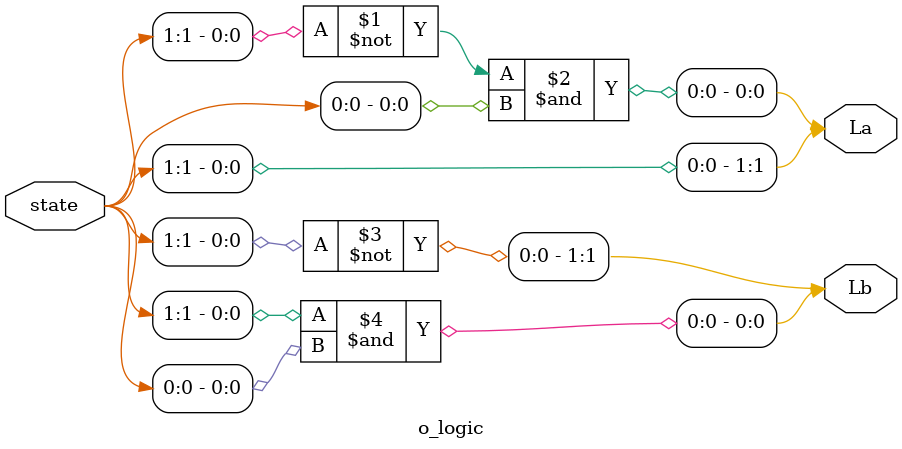
<source format=v>
module o_logic(state, La, Lb);	//output logic
	input [1:0] state;			// 2 bits input
	output[1:0] La;				// 2 bits output
	output[1:0] Lb;				// 2 bits output

	assign La[1] = state[1]; 						//La1 = q1
	assign La[0] = (~state[1]) & (state[0]);	//La0 = 'q1q0
	assign Lb[1] = (~state[1]);					//Lb1 = 'q1
	assign Lb[0] = (state[1]) & (state[0]);	//Lb0 = q1q0
endmodule

</source>
